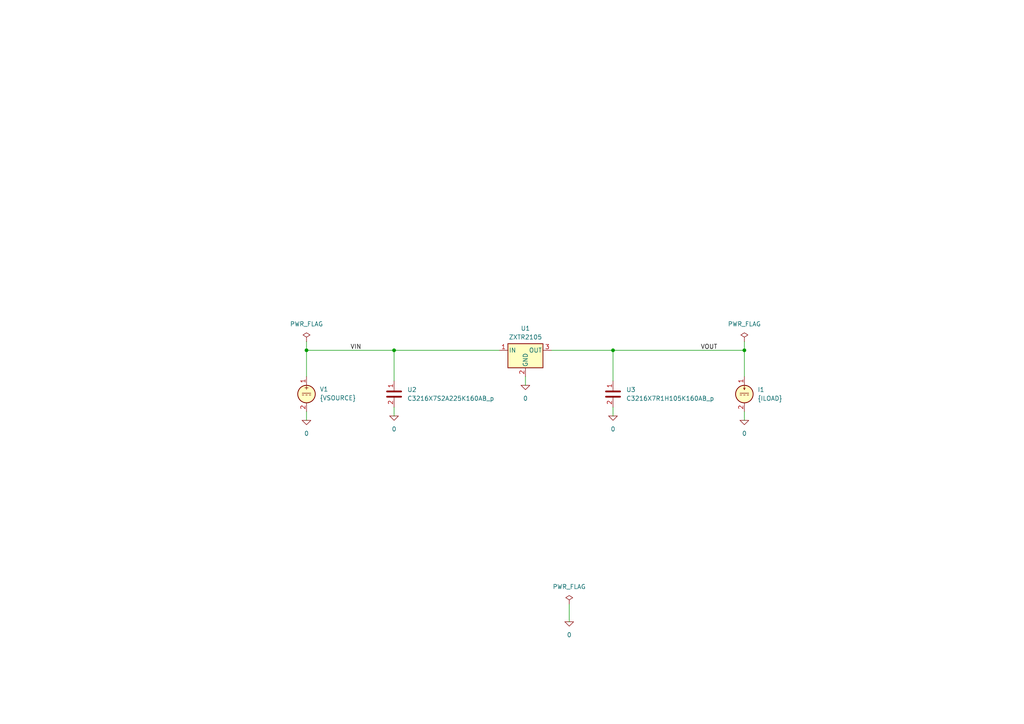
<source format=kicad_sch>
(kicad_sch
	(version 20231120)
	(generator "eeschema")
	(generator_version "8.0")
	(uuid "b347b1f5-b9d3-4317-853a-25ae76917c1a")
	(paper "A4")
	(title_block
		(title "60V INPUT, 5V 15mA REGULATOR TRANSISTOR")
		(date "2024-04-25")
		(rev "2")
		(company "astroelectronic@")
		(comment 1 "-")
		(comment 2 "-")
		(comment 3 "-")
		(comment 4 "AE01005205")
	)
	(lib_symbols
		(symbol "ZXTR2105F:0"
			(power)
			(pin_numbers hide)
			(pin_names
				(offset 0) hide)
			(exclude_from_sim no)
			(in_bom yes)
			(on_board yes)
			(property "Reference" "#GND"
				(at 0 -5.08 0)
				(effects
					(font
						(size 1.27 1.27)
					)
					(hide yes)
				)
			)
			(property "Value" "0"
				(at 0 -2.54 0)
				(effects
					(font
						(size 1.27 1.27)
					)
				)
			)
			(property "Footprint" ""
				(at 0 0 0)
				(effects
					(font
						(size 1.27 1.27)
					)
					(hide yes)
				)
			)
			(property "Datasheet" "https://ngspice.sourceforge.io/docs/ngspice-html-manual/manual.xhtml#subsec_Circuit_elements__device"
				(at 0 -10.16 0)
				(effects
					(font
						(size 1.27 1.27)
					)
					(hide yes)
				)
			)
			(property "Description" "0V reference potential for simulation"
				(at 0 -7.62 0)
				(effects
					(font
						(size 1.27 1.27)
					)
					(hide yes)
				)
			)
			(property "ki_keywords" "simulation"
				(at 0 0 0)
				(effects
					(font
						(size 1.27 1.27)
					)
					(hide yes)
				)
			)
			(symbol "0_0_1"
				(polyline
					(pts
						(xy -1.27 0) (xy 0 -1.27) (xy 1.27 0) (xy -1.27 0)
					)
					(stroke
						(width 0)
						(type default)
					)
					(fill
						(type none)
					)
				)
			)
			(symbol "0_1_1"
				(pin power_in line
					(at 0 0 0)
					(length 0)
					(name "~"
						(effects
							(font
								(size 1.016 1.016)
							)
						)
					)
					(number "1"
						(effects
							(font
								(size 1.016 1.016)
							)
						)
					)
				)
			)
		)
		(symbol "ZXTR2105F:C"
			(pin_names
				(offset 0.254) hide)
			(exclude_from_sim no)
			(in_bom yes)
			(on_board yes)
			(property "Reference" "C"
				(at 0.635 2.54 0)
				(effects
					(font
						(size 1.27 1.27)
					)
					(justify left)
				)
			)
			(property "Value" "C"
				(at 0.635 -2.54 0)
				(effects
					(font
						(size 1.27 1.27)
					)
					(justify left)
				)
			)
			(property "Footprint" ""
				(at 0.9652 -3.81 0)
				(effects
					(font
						(size 1.27 1.27)
					)
					(hide yes)
				)
			)
			(property "Datasheet" "~"
				(at 0 0 0)
				(effects
					(font
						(size 1.27 1.27)
					)
					(hide yes)
				)
			)
			(property "Description" "Unpolarized capacitor"
				(at 0 0 0)
				(effects
					(font
						(size 1.27 1.27)
					)
					(hide yes)
				)
			)
			(property "ki_keywords" "cap capacitor"
				(at 0 0 0)
				(effects
					(font
						(size 1.27 1.27)
					)
					(hide yes)
				)
			)
			(property "ki_fp_filters" "C_*"
				(at 0 0 0)
				(effects
					(font
						(size 1.27 1.27)
					)
					(hide yes)
				)
			)
			(symbol "C_0_1"
				(polyline
					(pts
						(xy -2.032 -0.762) (xy 2.032 -0.762)
					)
					(stroke
						(width 0.508)
						(type default)
					)
					(fill
						(type none)
					)
				)
				(polyline
					(pts
						(xy -2.032 0.762) (xy 2.032 0.762)
					)
					(stroke
						(width 0.508)
						(type default)
					)
					(fill
						(type none)
					)
				)
			)
			(symbol "C_1_1"
				(pin passive line
					(at 0 3.81 270)
					(length 2.794)
					(name "~"
						(effects
							(font
								(size 1.27 1.27)
							)
						)
					)
					(number "1"
						(effects
							(font
								(size 1.27 1.27)
							)
						)
					)
				)
				(pin passive line
					(at 0 -3.81 90)
					(length 2.794)
					(name "~"
						(effects
							(font
								(size 1.27 1.27)
							)
						)
					)
					(number "2"
						(effects
							(font
								(size 1.27 1.27)
							)
						)
					)
				)
			)
		)
		(symbol "ZXTR2105F:IDC"
			(pin_names
				(offset 0.0254) hide)
			(exclude_from_sim no)
			(in_bom yes)
			(on_board yes)
			(property "Reference" "I"
				(at 2.54 2.54 0)
				(effects
					(font
						(size 1.27 1.27)
					)
					(justify left)
				)
			)
			(property "Value" "1"
				(at 2.54 0 0)
				(effects
					(font
						(size 1.27 1.27)
					)
					(justify left)
				)
			)
			(property "Footprint" ""
				(at 0 0 0)
				(effects
					(font
						(size 1.27 1.27)
					)
					(hide yes)
				)
			)
			(property "Datasheet" "https://ngspice.sourceforge.io/docs/ngspice-html-manual/manual.xhtml#sec_Independent_Sources_for"
				(at 0 0 0)
				(effects
					(font
						(size 1.27 1.27)
					)
					(hide yes)
				)
			)
			(property "Description" "Current source, DC"
				(at 0 0 0)
				(effects
					(font
						(size 1.27 1.27)
					)
					(hide yes)
				)
			)
			(property "Sim.Pins" "1=+ 2=-"
				(at 0 0 0)
				(effects
					(font
						(size 1.27 1.27)
					)
					(hide yes)
				)
			)
			(property "Sim.Type" "DC"
				(at 0 0 0)
				(effects
					(font
						(size 1.27 1.27)
					)
					(hide yes)
				)
			)
			(property "Sim.Device" "I"
				(at 0 0 0)
				(effects
					(font
						(size 1.27 1.27)
					)
					(hide yes)
				)
			)
			(property "ki_keywords" "simulation"
				(at 0 0 0)
				(effects
					(font
						(size 1.27 1.27)
					)
					(hide yes)
				)
			)
			(symbol "IDC_0_0"
				(polyline
					(pts
						(xy -1.27 0.254) (xy 1.27 0.254)
					)
					(stroke
						(width 0)
						(type default)
					)
					(fill
						(type none)
					)
				)
				(polyline
					(pts
						(xy -0.762 -0.254) (xy -1.27 -0.254)
					)
					(stroke
						(width 0)
						(type default)
					)
					(fill
						(type none)
					)
				)
				(polyline
					(pts
						(xy 0.254 -0.254) (xy -0.254 -0.254)
					)
					(stroke
						(width 0)
						(type default)
					)
					(fill
						(type none)
					)
				)
				(polyline
					(pts
						(xy 1.27 -0.254) (xy 0.762 -0.254)
					)
					(stroke
						(width 0)
						(type default)
					)
					(fill
						(type none)
					)
				)
			)
			(symbol "IDC_0_1"
				(polyline
					(pts
						(xy 0 1.27) (xy 0 2.286)
					)
					(stroke
						(width 0)
						(type default)
					)
					(fill
						(type none)
					)
				)
				(polyline
					(pts
						(xy -0.254 1.778) (xy 0 1.27) (xy 0.254 1.778)
					)
					(stroke
						(width 0)
						(type default)
					)
					(fill
						(type none)
					)
				)
				(circle
					(center 0 0)
					(radius 2.54)
					(stroke
						(width 0.254)
						(type default)
					)
					(fill
						(type background)
					)
				)
			)
			(symbol "IDC_1_1"
				(pin passive line
					(at 0 5.08 270)
					(length 2.54)
					(name "~"
						(effects
							(font
								(size 1.27 1.27)
							)
						)
					)
					(number "1"
						(effects
							(font
								(size 1.27 1.27)
							)
						)
					)
				)
				(pin passive line
					(at 0 -5.08 90)
					(length 2.54)
					(name "~"
						(effects
							(font
								(size 1.27 1.27)
							)
						)
					)
					(number "2"
						(effects
							(font
								(size 1.27 1.27)
							)
						)
					)
				)
			)
		)
		(symbol "ZXTR2105F:PWR_FLAG"
			(power)
			(pin_numbers hide)
			(pin_names
				(offset 0) hide)
			(exclude_from_sim no)
			(in_bom yes)
			(on_board yes)
			(property "Reference" "#FLG"
				(at 0 1.905 0)
				(effects
					(font
						(size 1.27 1.27)
					)
					(hide yes)
				)
			)
			(property "Value" "PWR_FLAG"
				(at 0 3.81 0)
				(effects
					(font
						(size 1.27 1.27)
					)
				)
			)
			(property "Footprint" ""
				(at 0 0 0)
				(effects
					(font
						(size 1.27 1.27)
					)
					(hide yes)
				)
			)
			(property "Datasheet" "~"
				(at 0 0 0)
				(effects
					(font
						(size 1.27 1.27)
					)
					(hide yes)
				)
			)
			(property "Description" "Special symbol for telling ERC where power comes from"
				(at 0 0 0)
				(effects
					(font
						(size 1.27 1.27)
					)
					(hide yes)
				)
			)
			(property "ki_keywords" "flag power"
				(at 0 0 0)
				(effects
					(font
						(size 1.27 1.27)
					)
					(hide yes)
				)
			)
			(symbol "PWR_FLAG_0_0"
				(pin power_out line
					(at 0 0 90)
					(length 0)
					(name "~"
						(effects
							(font
								(size 1.27 1.27)
							)
						)
					)
					(number "1"
						(effects
							(font
								(size 1.27 1.27)
							)
						)
					)
				)
			)
			(symbol "PWR_FLAG_0_1"
				(polyline
					(pts
						(xy 0 0) (xy 0 1.27) (xy -1.016 1.905) (xy 0 2.54) (xy 1.016 1.905) (xy 0 1.27)
					)
					(stroke
						(width 0)
						(type default)
					)
					(fill
						(type none)
					)
				)
			)
		)
		(symbol "ZXTR2105F:VDC"
			(pin_names
				(offset 0.0254) hide)
			(exclude_from_sim no)
			(in_bom yes)
			(on_board yes)
			(property "Reference" "V"
				(at 2.54 2.54 0)
				(effects
					(font
						(size 1.27 1.27)
					)
					(justify left)
				)
			)
			(property "Value" "1"
				(at 2.54 0 0)
				(effects
					(font
						(size 1.27 1.27)
					)
					(justify left)
				)
			)
			(property "Footprint" ""
				(at 0 0 0)
				(effects
					(font
						(size 1.27 1.27)
					)
					(hide yes)
				)
			)
			(property "Datasheet" "https://ngspice.sourceforge.io/docs/ngspice-html-manual/manual.xhtml#sec_Independent_Sources_for"
				(at 0 0 0)
				(effects
					(font
						(size 1.27 1.27)
					)
					(hide yes)
				)
			)
			(property "Description" "Voltage source, DC"
				(at 0 0 0)
				(effects
					(font
						(size 1.27 1.27)
					)
					(hide yes)
				)
			)
			(property "Sim.Pins" "1=+ 2=-"
				(at 0 0 0)
				(effects
					(font
						(size 1.27 1.27)
					)
					(hide yes)
				)
			)
			(property "Sim.Type" "DC"
				(at 0 0 0)
				(effects
					(font
						(size 1.27 1.27)
					)
					(hide yes)
				)
			)
			(property "Sim.Device" "V"
				(at 0 0 0)
				(effects
					(font
						(size 1.27 1.27)
					)
					(justify left)
					(hide yes)
				)
			)
			(property "ki_keywords" "simulation"
				(at 0 0 0)
				(effects
					(font
						(size 1.27 1.27)
					)
					(hide yes)
				)
			)
			(symbol "VDC_0_0"
				(polyline
					(pts
						(xy -1.27 0.254) (xy 1.27 0.254)
					)
					(stroke
						(width 0)
						(type default)
					)
					(fill
						(type none)
					)
				)
				(polyline
					(pts
						(xy -0.762 -0.254) (xy -1.27 -0.254)
					)
					(stroke
						(width 0)
						(type default)
					)
					(fill
						(type none)
					)
				)
				(polyline
					(pts
						(xy 0.254 -0.254) (xy -0.254 -0.254)
					)
					(stroke
						(width 0)
						(type default)
					)
					(fill
						(type none)
					)
				)
				(polyline
					(pts
						(xy 1.27 -0.254) (xy 0.762 -0.254)
					)
					(stroke
						(width 0)
						(type default)
					)
					(fill
						(type none)
					)
				)
				(text "+"
					(at 0 1.905 0)
					(effects
						(font
							(size 1.27 1.27)
						)
					)
				)
			)
			(symbol "VDC_0_1"
				(circle
					(center 0 0)
					(radius 2.54)
					(stroke
						(width 0.254)
						(type default)
					)
					(fill
						(type background)
					)
				)
			)
			(symbol "VDC_1_1"
				(pin passive line
					(at 0 5.08 270)
					(length 2.54)
					(name "~"
						(effects
							(font
								(size 1.27 1.27)
							)
						)
					)
					(number "1"
						(effects
							(font
								(size 1.27 1.27)
							)
						)
					)
				)
				(pin passive line
					(at 0 -5.08 90)
					(length 2.54)
					(name "~"
						(effects
							(font
								(size 1.27 1.27)
							)
						)
					)
					(number "2"
						(effects
							(font
								(size 1.27 1.27)
							)
						)
					)
				)
			)
		)
		(symbol "ZXTR2105F:ZXTR2105F"
			(pin_names
				(offset 0.254)
			)
			(exclude_from_sim no)
			(in_bom yes)
			(on_board yes)
			(property "Reference" "U"
				(at -3.81 3.175 0)
				(effects
					(font
						(size 1.27 1.27)
					)
				)
			)
			(property "Value" "ZXTR2105F"
				(at 0 3.175 0)
				(effects
					(font
						(size 1.27 1.27)
					)
					(justify left)
				)
			)
			(property "Footprint" "Package_TO_SOT_SMD:SOT-23-3"
				(at 0 5.715 0)
				(effects
					(font
						(size 1.27 1.27)
						(italic yes)
					)
					(hide yes)
				)
			)
			(property "Datasheet" "https://www.diodes.com/part/view/ZXTR2105F"
				(at 0 -1.27 0)
				(effects
					(font
						(size 1.27 1.27)
					)
					(hide yes)
				)
			)
			(property "Description" "60V INPUT, 5V 15mA REGULATOR TRANSISTOR "
				(at 0 0 0)
				(effects
					(font
						(size 1.27 1.27)
					)
					(hide yes)
				)
			)
			(property "ki_keywords" "60V INPUT, 5V 15mA REGULATOR TRANSISTOR, simmodel"
				(at 0 0 0)
				(effects
					(font
						(size 1.27 1.27)
					)
					(hide yes)
				)
			)
			(property "ki_fp_filters" "TO?252*"
				(at 0 0 0)
				(effects
					(font
						(size 1.27 1.27)
					)
					(hide yes)
				)
			)
			(symbol "ZXTR2105F_0_1"
				(rectangle
					(start -5.08 1.905)
					(end 5.08 -5.08)
					(stroke
						(width 0.254)
						(type default)
					)
					(fill
						(type background)
					)
				)
			)
			(symbol "ZXTR2105F_1_1"
				(pin passive line
					(at -7.62 0 0)
					(length 2.54)
					(name "IN"
						(effects
							(font
								(size 1.27 1.27)
							)
						)
					)
					(number "1"
						(effects
							(font
								(size 1.27 1.27)
							)
						)
					)
				)
				(pin passive line
					(at 0 -7.62 90)
					(length 2.54)
					(name "GND"
						(effects
							(font
								(size 1.27 1.27)
							)
						)
					)
					(number "2"
						(effects
							(font
								(size 1.27 1.27)
							)
						)
					)
				)
				(pin passive line
					(at 7.62 0 180)
					(length 2.54)
					(name "OUT"
						(effects
							(font
								(size 1.27 1.27)
							)
						)
					)
					(number "3"
						(effects
							(font
								(size 1.27 1.27)
							)
						)
					)
				)
			)
		)
	)
	(junction
		(at 114.3 101.6)
		(diameter 0)
		(color 0 0 0 0)
		(uuid "7384908f-6986-4738-b09c-d592643b4a56")
	)
	(junction
		(at 88.9 101.6)
		(diameter 0)
		(color 0 0 0 0)
		(uuid "89314447-6b94-453a-b444-7b027e2d6279")
	)
	(junction
		(at 177.8 101.6)
		(diameter 0)
		(color 0 0 0 0)
		(uuid "f2ba4a53-001d-4b52-ab34-1fd62e7cfce6")
	)
	(junction
		(at 215.9 101.6)
		(diameter 0)
		(color 0 0 0 0)
		(uuid "f956f16c-96f5-4729-9ad2-8c04dfaca064")
	)
	(wire
		(pts
			(xy 177.8 101.6) (xy 215.9 101.6)
		)
		(stroke
			(width 0)
			(type default)
		)
		(uuid "1028de14-d0d5-49c1-9351-2b905921865c")
	)
	(wire
		(pts
			(xy 88.9 109.22) (xy 88.9 101.6)
		)
		(stroke
			(width 0)
			(type default)
		)
		(uuid "134a3971-eb87-4612-9008-afa829dcfdda")
	)
	(wire
		(pts
			(xy 152.4 109.22) (xy 152.4 111.76)
		)
		(stroke
			(width 0)
			(type default)
		)
		(uuid "15f2f568-cc39-4cb6-85b5-3ab24fc576ed")
	)
	(wire
		(pts
			(xy 114.3 101.6) (xy 144.78 101.6)
		)
		(stroke
			(width 0)
			(type default)
		)
		(uuid "18f54032-65d4-4a88-bccc-36f4250e4933")
	)
	(wire
		(pts
			(xy 177.8 118.11) (xy 177.8 120.65)
		)
		(stroke
			(width 0)
			(type default)
		)
		(uuid "2a34e85c-3bb8-415e-8a79-104f2f49ec09")
	)
	(wire
		(pts
			(xy 177.8 101.6) (xy 177.8 110.49)
		)
		(stroke
			(width 0)
			(type default)
		)
		(uuid "31a1febd-7cf7-4914-b47b-67851d31e7e9")
	)
	(wire
		(pts
			(xy 88.9 99.06) (xy 88.9 101.6)
		)
		(stroke
			(width 0)
			(type default)
		)
		(uuid "4d32a75f-30b3-4eb7-ab9c-7526a014e0b9")
	)
	(wire
		(pts
			(xy 165.1 175.26) (xy 165.1 180.34)
		)
		(stroke
			(width 0)
			(type default)
		)
		(uuid "4f4b74a4-cea3-4d39-9fe4-4ba93de2f921")
	)
	(wire
		(pts
			(xy 215.9 99.06) (xy 215.9 101.6)
		)
		(stroke
			(width 0)
			(type default)
		)
		(uuid "50c31f87-b658-4019-b852-4192016c21dc")
	)
	(wire
		(pts
			(xy 215.9 119.38) (xy 215.9 121.92)
		)
		(stroke
			(width 0)
			(type default)
		)
		(uuid "669233e1-1b6a-410e-94d5-e3bf28875575")
	)
	(wire
		(pts
			(xy 160.02 101.6) (xy 177.8 101.6)
		)
		(stroke
			(width 0)
			(type default)
		)
		(uuid "8af7e146-528a-47ff-b602-4672319b0703")
	)
	(wire
		(pts
			(xy 88.9 101.6) (xy 114.3 101.6)
		)
		(stroke
			(width 0)
			(type default)
		)
		(uuid "998dac89-04ae-4969-be78-9c27dae4c1d7")
	)
	(wire
		(pts
			(xy 215.9 109.22) (xy 215.9 101.6)
		)
		(stroke
			(width 0)
			(type default)
		)
		(uuid "9b57346e-d94e-40f9-9326-4db7c86e813a")
	)
	(wire
		(pts
			(xy 114.3 118.11) (xy 114.3 120.65)
		)
		(stroke
			(width 0)
			(type default)
		)
		(uuid "a300a524-b9a5-4c66-b7c8-528fd1328810")
	)
	(wire
		(pts
			(xy 88.9 119.38) (xy 88.9 121.92)
		)
		(stroke
			(width 0)
			(type default)
		)
		(uuid "e4be32f2-c195-4517-921b-f4265d6bbf30")
	)
	(wire
		(pts
			(xy 114.3 110.49) (xy 114.3 101.6)
		)
		(stroke
			(width 0)
			(type default)
		)
		(uuid "f0549aa8-6a9c-4178-8e6b-0e02f9bd3545")
	)
	(label "VOUT"
		(at 203.2 101.6 0)
		(fields_autoplaced yes)
		(effects
			(font
				(size 1.27 1.27)
			)
			(justify left bottom)
		)
		(uuid "59cfd46e-04c2-4da4-b68e-64ff00ac9156")
	)
	(label "VIN"
		(at 101.6 101.6 0)
		(fields_autoplaced yes)
		(effects
			(font
				(size 1.27 1.27)
			)
			(justify left bottom)
		)
		(uuid "f44f34ff-2bad-48c9-9ece-35187bf0a875")
	)
	(symbol
		(lib_id "ZXTR2105F:C")
		(at 114.3 114.3 0)
		(unit 1)
		(exclude_from_sim no)
		(in_bom yes)
		(on_board yes)
		(dnp no)
		(fields_autoplaced yes)
		(uuid "0943cd3a-375f-4c11-911a-bdb76ed6bda4")
		(property "Reference" "U2"
			(at 118.11 113.0299 0)
			(effects
				(font
					(size 1.27 1.27)
				)
				(justify left)
			)
		)
		(property "Value" "C3216X7S2A225K160AB_p"
			(at 118.11 115.5699 0)
			(effects
				(font
					(size 1.27 1.27)
				)
				(justify left)
			)
		)
		(property "Footprint" ""
			(at 115.2652 118.11 0)
			(effects
				(font
					(size 1.27 1.27)
				)
				(hide yes)
			)
		)
		(property "Datasheet" "~"
			(at 114.3 114.3 0)
			(effects
				(font
					(size 1.27 1.27)
				)
				(hide yes)
			)
		)
		(property "Description" "Unpolarized capacitor"
			(at 114.3 114.3 0)
			(effects
				(font
					(size 1.27 1.27)
				)
				(hide yes)
			)
		)
		(property "Sim.Library" "C:\\AE\\ZXTR2105F\\_models\\c3216x7s2a225k160ab_p.mod"
			(at 114.3 114.3 0)
			(effects
				(font
					(size 1.27 1.27)
				)
				(hide yes)
			)
		)
		(property "Sim.Name" "C3216X7S2A225K160AB_p"
			(at 114.3 114.3 0)
			(effects
				(font
					(size 1.27 1.27)
				)
				(hide yes)
			)
		)
		(property "Sim.Device" "SUBCKT"
			(at 114.3 114.3 0)
			(effects
				(font
					(size 1.27 1.27)
				)
				(hide yes)
			)
		)
		(property "Sim.Pins" "1=n1 2=n2"
			(at 114.3 114.3 0)
			(effects
				(font
					(size 1.27 1.27)
				)
				(hide yes)
			)
		)
		(pin "1"
			(uuid "b3c6a946-e7fb-455f-be76-d65afbd20b4e")
		)
		(pin "2"
			(uuid "493f679f-00f2-44c3-9899-c4b466301e1b")
		)
		(instances
			(project "ZXTR2105F_reg"
				(path "/b347b1f5-b9d3-4317-853a-25ae76917c1a"
					(reference "U2")
					(unit 1)
				)
			)
			(project "ZXTR2105F"
				(path "/c1105b1d-1289-4956-8f37-916fc4314db4"
					(reference "U2")
					(unit 1)
				)
			)
		)
	)
	(symbol
		(lib_id "ZXTR2105F:0")
		(at 152.4 111.76 0)
		(unit 1)
		(exclude_from_sim no)
		(in_bom yes)
		(on_board yes)
		(dnp no)
		(fields_autoplaced yes)
		(uuid "164c5e7e-9f60-49bc-aa62-446d0d41440d")
		(property "Reference" "#GND01"
			(at 152.4 116.84 0)
			(effects
				(font
					(size 1.27 1.27)
				)
				(hide yes)
			)
		)
		(property "Value" "0"
			(at 152.4 115.57 0)
			(effects
				(font
					(size 1.27 1.27)
				)
			)
		)
		(property "Footprint" ""
			(at 152.4 111.76 0)
			(effects
				(font
					(size 1.27 1.27)
				)
				(hide yes)
			)
		)
		(property "Datasheet" "https://ngspice.sourceforge.io/docs/ngspice-html-manual/manual.xhtml#subsec_Circuit_elements__device"
			(at 152.4 121.92 0)
			(effects
				(font
					(size 1.27 1.27)
				)
				(hide yes)
			)
		)
		(property "Description" "0V reference potential for simulation"
			(at 152.4 119.38 0)
			(effects
				(font
					(size 1.27 1.27)
				)
				(hide yes)
			)
		)
		(pin "1"
			(uuid "b175d126-0b42-47b5-815a-e72ba92ae4ad")
		)
		(instances
			(project "ZXTR2105F_reg"
				(path "/b347b1f5-b9d3-4317-853a-25ae76917c1a"
					(reference "#GND01")
					(unit 1)
				)
			)
			(project "ZXTR2105F"
				(path "/c1105b1d-1289-4956-8f37-916fc4314db4"
					(reference "#GND01")
					(unit 1)
				)
			)
		)
	)
	(symbol
		(lib_id "ZXTR2105F:PWR_FLAG")
		(at 165.1 175.26 0)
		(unit 1)
		(exclude_from_sim no)
		(in_bom yes)
		(on_board yes)
		(dnp no)
		(fields_autoplaced yes)
		(uuid "1f284da7-997d-4f43-9ba2-40376013a4e5")
		(property "Reference" "#FLG03"
			(at 165.1 173.355 0)
			(effects
				(font
					(size 1.27 1.27)
				)
				(hide yes)
			)
		)
		(property "Value" "PWR_FLAG"
			(at 165.1 170.18 0)
			(effects
				(font
					(size 1.27 1.27)
				)
			)
		)
		(property "Footprint" ""
			(at 165.1 175.26 0)
			(effects
				(font
					(size 1.27 1.27)
				)
				(hide yes)
			)
		)
		(property "Datasheet" "~"
			(at 165.1 175.26 0)
			(effects
				(font
					(size 1.27 1.27)
				)
				(hide yes)
			)
		)
		(property "Description" "Special symbol for telling ERC where power comes from"
			(at 165.1 175.26 0)
			(effects
				(font
					(size 1.27 1.27)
				)
				(hide yes)
			)
		)
		(pin "1"
			(uuid "91e975fb-eb9b-4a70-94b8-b119c81e46d7")
		)
		(instances
			(project "ZXTR2105F_reg"
				(path "/b347b1f5-b9d3-4317-853a-25ae76917c1a"
					(reference "#FLG03")
					(unit 1)
				)
			)
			(project "ZXTR2105F"
				(path "/c1105b1d-1289-4956-8f37-916fc4314db4"
					(reference "#FLG03")
					(unit 1)
				)
			)
		)
	)
	(symbol
		(lib_id "ZXTR2105F:0")
		(at 215.9 121.92 0)
		(unit 1)
		(exclude_from_sim no)
		(in_bom yes)
		(on_board yes)
		(dnp no)
		(fields_autoplaced yes)
		(uuid "3d63d9a4-3b55-4722-9519-dd861b80c4a9")
		(property "Reference" "#GND04"
			(at 215.9 127 0)
			(effects
				(font
					(size 1.27 1.27)
				)
				(hide yes)
			)
		)
		(property "Value" "0"
			(at 215.9 125.73 0)
			(effects
				(font
					(size 1.27 1.27)
				)
			)
		)
		(property "Footprint" ""
			(at 215.9 121.92 0)
			(effects
				(font
					(size 1.27 1.27)
				)
				(hide yes)
			)
		)
		(property "Datasheet" "https://ngspice.sourceforge.io/docs/ngspice-html-manual/manual.xhtml#subsec_Circuit_elements__device"
			(at 215.9 132.08 0)
			(effects
				(font
					(size 1.27 1.27)
				)
				(hide yes)
			)
		)
		(property "Description" "0V reference potential for simulation"
			(at 215.9 129.54 0)
			(effects
				(font
					(size 1.27 1.27)
				)
				(hide yes)
			)
		)
		(pin "1"
			(uuid "0d472a09-e15f-4e7b-814c-94ca105f770d")
		)
		(instances
			(project "ZXTR2105F_reg"
				(path "/b347b1f5-b9d3-4317-853a-25ae76917c1a"
					(reference "#GND04")
					(unit 1)
				)
			)
			(project "ZXTR2105F"
				(path "/c1105b1d-1289-4956-8f37-916fc4314db4"
					(reference "#GND04")
					(unit 1)
				)
			)
		)
	)
	(symbol
		(lib_id "ZXTR2105F:IDC")
		(at 215.9 114.3 0)
		(unit 1)
		(exclude_from_sim no)
		(in_bom yes)
		(on_board yes)
		(dnp no)
		(fields_autoplaced yes)
		(uuid "44975094-37e6-48ea-a662-f3f14b6beaaa")
		(property "Reference" "I1"
			(at 219.71 113.0299 0)
			(effects
				(font
					(size 1.27 1.27)
				)
				(justify left)
			)
		)
		(property "Value" "{ILOAD}"
			(at 219.71 115.5699 0)
			(effects
				(font
					(size 1.27 1.27)
				)
				(justify left)
			)
		)
		(property "Footprint" ""
			(at 215.9 114.3 0)
			(effects
				(font
					(size 1.27 1.27)
				)
				(hide yes)
			)
		)
		(property "Datasheet" "https://ngspice.sourceforge.io/docs/ngspice-html-manual/manual.xhtml#sec_Independent_Sources_for"
			(at 215.9 114.3 0)
			(effects
				(font
					(size 1.27 1.27)
				)
				(hide yes)
			)
		)
		(property "Description" "Current source, DC"
			(at 215.9 114.3 0)
			(effects
				(font
					(size 1.27 1.27)
				)
				(hide yes)
			)
		)
		(property "Sim.Pins" "1=+ 2=-"
			(at 215.9 114.3 0)
			(effects
				(font
					(size 1.27 1.27)
				)
				(hide yes)
			)
		)
		(property "Sim.Type" "DC"
			(at 215.9 114.3 0)
			(effects
				(font
					(size 1.27 1.27)
				)
				(hide yes)
			)
		)
		(property "Sim.Device" "I"
			(at 215.9 114.3 0)
			(effects
				(font
					(size 1.27 1.27)
				)
				(hide yes)
			)
		)
		(pin "1"
			(uuid "3d5b9b1c-afd4-4445-8dae-7084bd6b200a")
		)
		(pin "2"
			(uuid "ab2c98e0-a269-4bf9-9b55-f90f7314c0a6")
		)
		(instances
			(project "ZXTR2105F_reg"
				(path "/b347b1f5-b9d3-4317-853a-25ae76917c1a"
					(reference "I1")
					(unit 1)
				)
			)
			(project "ZXTR2105F"
				(path "/c1105b1d-1289-4956-8f37-916fc4314db4"
					(reference "I1")
					(unit 1)
				)
			)
		)
	)
	(symbol
		(lib_id "ZXTR2105F:0")
		(at 177.8 120.65 0)
		(unit 1)
		(exclude_from_sim no)
		(in_bom yes)
		(on_board yes)
		(dnp no)
		(fields_autoplaced yes)
		(uuid "4f47b01c-f5a3-42ef-8305-b23dc8d4d153")
		(property "Reference" "#GND03"
			(at 177.8 125.73 0)
			(effects
				(font
					(size 1.27 1.27)
				)
				(hide yes)
			)
		)
		(property "Value" "0"
			(at 177.8 124.46 0)
			(effects
				(font
					(size 1.27 1.27)
				)
			)
		)
		(property "Footprint" ""
			(at 177.8 120.65 0)
			(effects
				(font
					(size 1.27 1.27)
				)
				(hide yes)
			)
		)
		(property "Datasheet" "https://ngspice.sourceforge.io/docs/ngspice-html-manual/manual.xhtml#subsec_Circuit_elements__device"
			(at 177.8 130.81 0)
			(effects
				(font
					(size 1.27 1.27)
				)
				(hide yes)
			)
		)
		(property "Description" "0V reference potential for simulation"
			(at 177.8 128.27 0)
			(effects
				(font
					(size 1.27 1.27)
				)
				(hide yes)
			)
		)
		(pin "1"
			(uuid "7b8bc4e8-dd89-4c2a-8a63-34298652650b")
		)
		(instances
			(project "ZXTR2105F_reg"
				(path "/b347b1f5-b9d3-4317-853a-25ae76917c1a"
					(reference "#GND03")
					(unit 1)
				)
			)
			(project "ZXTR2105F"
				(path "/c1105b1d-1289-4956-8f37-916fc4314db4"
					(reference "#GND03")
					(unit 1)
				)
			)
		)
	)
	(symbol
		(lib_id "ZXTR2105F:PWR_FLAG")
		(at 88.9 99.06 0)
		(unit 1)
		(exclude_from_sim no)
		(in_bom yes)
		(on_board yes)
		(dnp no)
		(fields_autoplaced yes)
		(uuid "4f8c0243-ac78-44a4-b3e0-174d23f95f67")
		(property "Reference" "#FLG01"
			(at 88.9 97.155 0)
			(effects
				(font
					(size 1.27 1.27)
				)
				(hide yes)
			)
		)
		(property "Value" "PWR_FLAG"
			(at 88.9 93.98 0)
			(effects
				(font
					(size 1.27 1.27)
				)
			)
		)
		(property "Footprint" ""
			(at 88.9 99.06 0)
			(effects
				(font
					(size 1.27 1.27)
				)
				(hide yes)
			)
		)
		(property "Datasheet" "~"
			(at 88.9 99.06 0)
			(effects
				(font
					(size 1.27 1.27)
				)
				(hide yes)
			)
		)
		(property "Description" "Special symbol for telling ERC where power comes from"
			(at 88.9 99.06 0)
			(effects
				(font
					(size 1.27 1.27)
				)
				(hide yes)
			)
		)
		(pin "1"
			(uuid "055fb8ea-e1eb-4652-8963-19cd639d7cd0")
		)
		(instances
			(project "ZXTR2105F_reg"
				(path "/b347b1f5-b9d3-4317-853a-25ae76917c1a"
					(reference "#FLG01")
					(unit 1)
				)
			)
			(project "ZXTR2105F"
				(path "/c1105b1d-1289-4956-8f37-916fc4314db4"
					(reference "#FLG01")
					(unit 1)
				)
			)
		)
	)
	(symbol
		(lib_id "ZXTR2105F:0")
		(at 114.3 120.65 0)
		(unit 1)
		(exclude_from_sim no)
		(in_bom yes)
		(on_board yes)
		(dnp no)
		(fields_autoplaced yes)
		(uuid "6f9728ff-54a4-41b5-9891-46f141528f81")
		(property "Reference" "#GND02"
			(at 114.3 125.73 0)
			(effects
				(font
					(size 1.27 1.27)
				)
				(hide yes)
			)
		)
		(property "Value" "0"
			(at 114.3 124.46 0)
			(effects
				(font
					(size 1.27 1.27)
				)
			)
		)
		(property "Footprint" ""
			(at 114.3 120.65 0)
			(effects
				(font
					(size 1.27 1.27)
				)
				(hide yes)
			)
		)
		(property "Datasheet" "https://ngspice.sourceforge.io/docs/ngspice-html-manual/manual.xhtml#subsec_Circuit_elements__device"
			(at 114.3 130.81 0)
			(effects
				(font
					(size 1.27 1.27)
				)
				(hide yes)
			)
		)
		(property "Description" "0V reference potential for simulation"
			(at 114.3 128.27 0)
			(effects
				(font
					(size 1.27 1.27)
				)
				(hide yes)
			)
		)
		(pin "1"
			(uuid "025633d1-1c52-42ca-84f1-2e36648def76")
		)
		(instances
			(project "ZXTR2105F_reg"
				(path "/b347b1f5-b9d3-4317-853a-25ae76917c1a"
					(reference "#GND02")
					(unit 1)
				)
			)
			(project "ZXTR2105F"
				(path "/c1105b1d-1289-4956-8f37-916fc4314db4"
					(reference "#GND02")
					(unit 1)
				)
			)
		)
	)
	(symbol
		(lib_id "ZXTR2105F:0")
		(at 165.1 180.34 0)
		(unit 1)
		(exclude_from_sim no)
		(in_bom yes)
		(on_board yes)
		(dnp no)
		(fields_autoplaced yes)
		(uuid "75ff4857-f53f-4b38-a55a-0581d2f5c1c6")
		(property "Reference" "#GND05"
			(at 165.1 185.42 0)
			(effects
				(font
					(size 1.27 1.27)
				)
				(hide yes)
			)
		)
		(property "Value" "0"
			(at 165.1 184.15 0)
			(effects
				(font
					(size 1.27 1.27)
				)
			)
		)
		(property "Footprint" ""
			(at 165.1 180.34 0)
			(effects
				(font
					(size 1.27 1.27)
				)
				(hide yes)
			)
		)
		(property "Datasheet" "https://ngspice.sourceforge.io/docs/ngspice-html-manual/manual.xhtml#subsec_Circuit_elements__device"
			(at 165.1 190.5 0)
			(effects
				(font
					(size 1.27 1.27)
				)
				(hide yes)
			)
		)
		(property "Description" "0V reference potential for simulation"
			(at 165.1 187.96 0)
			(effects
				(font
					(size 1.27 1.27)
				)
				(hide yes)
			)
		)
		(pin "1"
			(uuid "29b03c05-56e7-496e-ba83-2161a4bf49e2")
		)
		(instances
			(project "ZXTR2105F_reg"
				(path "/b347b1f5-b9d3-4317-853a-25ae76917c1a"
					(reference "#GND05")
					(unit 1)
				)
			)
			(project "ZXTR2105F"
				(path "/c1105b1d-1289-4956-8f37-916fc4314db4"
					(reference "#GND05")
					(unit 1)
				)
			)
		)
	)
	(symbol
		(lib_id "ZXTR2105F:ZXTR2105F")
		(at 152.4 101.6 0)
		(unit 1)
		(exclude_from_sim no)
		(in_bom yes)
		(on_board yes)
		(dnp no)
		(fields_autoplaced yes)
		(uuid "9c89fe71-9055-47c9-ae0f-d1a36b92b7e5")
		(property "Reference" "U1"
			(at 152.4 95.25 0)
			(effects
				(font
					(size 1.27 1.27)
				)
			)
		)
		(property "Value" "ZXTR2105"
			(at 152.4 97.79 0)
			(effects
				(font
					(size 1.27 1.27)
				)
			)
		)
		(property "Footprint" "Package_TO_SOT_SMD:SOT-23-3"
			(at 152.4 95.885 0)
			(effects
				(font
					(size 1.27 1.27)
					(italic yes)
				)
				(hide yes)
			)
		)
		(property "Datasheet" "https://www.diodes.com/part/view/ZXTR2105F"
			(at 152.4 102.87 0)
			(effects
				(font
					(size 1.27 1.27)
				)
				(hide yes)
			)
		)
		(property "Description" "60V INPUT, 5V 15mA REGULATOR TRANSISTOR "
			(at 152.4 101.6 0)
			(effects
				(font
					(size 1.27 1.27)
				)
				(hide yes)
			)
		)
		(property "Sim.Library" "C:\\AE\\ZXTR2105F\\_models\\ZXTR2105F.spice.txt"
			(at 152.4 101.6 0)
			(effects
				(font
					(size 1.27 1.27)
				)
				(hide yes)
			)
		)
		(property "Sim.Name" "ZXTR2105"
			(at 152.4 101.6 0)
			(effects
				(font
					(size 1.27 1.27)
				)
				(hide yes)
			)
		)
		(property "Sim.Device" "SUBCKT"
			(at 152.4 101.6 0)
			(effects
				(font
					(size 1.27 1.27)
				)
				(hide yes)
			)
		)
		(property "Sim.Pins" "1=1 2=2 3=3"
			(at 152.4 101.6 0)
			(effects
				(font
					(size 1.27 1.27)
				)
				(hide yes)
			)
		)
		(pin "2"
			(uuid "051c1b6f-7afd-4254-8f97-2e202b94aab5")
		)
		(pin "3"
			(uuid "1b6e05dc-f554-4104-a029-3234634b740b")
		)
		(pin "1"
			(uuid "71a3a1d9-5539-44aa-bbde-e6c884958d5d")
		)
		(instances
			(project "ZXTR2105F_reg"
				(path "/b347b1f5-b9d3-4317-853a-25ae76917c1a"
					(reference "U1")
					(unit 1)
				)
			)
			(project "ZXTR2105F"
				(path "/c1105b1d-1289-4956-8f37-916fc4314db4"
					(reference "U1")
					(unit 1)
				)
			)
		)
	)
	(symbol
		(lib_id "ZXTR2105F:C")
		(at 177.8 114.3 0)
		(unit 1)
		(exclude_from_sim no)
		(in_bom yes)
		(on_board yes)
		(dnp no)
		(fields_autoplaced yes)
		(uuid "e2e88445-c688-4cc1-80d4-5c5f47835e9f")
		(property "Reference" "U3"
			(at 181.61 113.0299 0)
			(effects
				(font
					(size 1.27 1.27)
				)
				(justify left)
			)
		)
		(property "Value" "C3216X7R1H105K160AB_p"
			(at 181.61 115.5699 0)
			(effects
				(font
					(size 1.27 1.27)
				)
				(justify left)
			)
		)
		(property "Footprint" ""
			(at 178.7652 118.11 0)
			(effects
				(font
					(size 1.27 1.27)
				)
				(hide yes)
			)
		)
		(property "Datasheet" "~"
			(at 177.8 114.3 0)
			(effects
				(font
					(size 1.27 1.27)
				)
				(hide yes)
			)
		)
		(property "Description" "Unpolarized capacitor"
			(at 177.8 114.3 0)
			(effects
				(font
					(size 1.27 1.27)
				)
				(hide yes)
			)
		)
		(property "Sim.Library" "C:\\AE\\ZXTR2105F\\_models\\c3216x7r1h105k160ab_p.mod"
			(at 177.8 114.3 0)
			(effects
				(font
					(size 1.27 1.27)
				)
				(hide yes)
			)
		)
		(property "Sim.Name" "C3216X7R1H105K160AB_p"
			(at 177.8 114.3 0)
			(effects
				(font
					(size 1.27 1.27)
				)
				(hide yes)
			)
		)
		(property "Sim.Device" "SUBCKT"
			(at 177.8 114.3 0)
			(effects
				(font
					(size 1.27 1.27)
				)
				(hide yes)
			)
		)
		(property "Sim.Pins" "1=n1 2=n2"
			(at 177.8 114.3 0)
			(effects
				(font
					(size 1.27 1.27)
				)
				(hide yes)
			)
		)
		(pin "1"
			(uuid "b1927582-0b1a-4d51-af3a-4c6ac97c1fc3")
		)
		(pin "2"
			(uuid "1d7e4948-4149-4e5c-a7a7-357886249903")
		)
		(instances
			(project "ZXTR2105F_reg"
				(path "/b347b1f5-b9d3-4317-853a-25ae76917c1a"
					(reference "U3")
					(unit 1)
				)
			)
			(project "ZXTR2105F"
				(path "/c1105b1d-1289-4956-8f37-916fc4314db4"
					(reference "U3")
					(unit 1)
				)
			)
		)
	)
	(symbol
		(lib_id "ZXTR2105F:PWR_FLAG")
		(at 215.9 99.06 0)
		(unit 1)
		(exclude_from_sim no)
		(in_bom yes)
		(on_board yes)
		(dnp no)
		(fields_autoplaced yes)
		(uuid "edee53dc-e8bd-4b1d-9bc7-f138f4959747")
		(property "Reference" "#FLG02"
			(at 215.9 97.155 0)
			(effects
				(font
					(size 1.27 1.27)
				)
				(hide yes)
			)
		)
		(property "Value" "PWR_FLAG"
			(at 215.9 93.98 0)
			(effects
				(font
					(size 1.27 1.27)
				)
			)
		)
		(property "Footprint" ""
			(at 215.9 99.06 0)
			(effects
				(font
					(size 1.27 1.27)
				)
				(hide yes)
			)
		)
		(property "Datasheet" "~"
			(at 215.9 99.06 0)
			(effects
				(font
					(size 1.27 1.27)
				)
				(hide yes)
			)
		)
		(property "Description" "Special symbol for telling ERC where power comes from"
			(at 215.9 99.06 0)
			(effects
				(font
					(size 1.27 1.27)
				)
				(hide yes)
			)
		)
		(pin "1"
			(uuid "ea190190-feed-455e-973a-ba0aa917875b")
		)
		(instances
			(project "ZXTR2105F_reg"
				(path "/b347b1f5-b9d3-4317-853a-25ae76917c1a"
					(reference "#FLG02")
					(unit 1)
				)
			)
			(project "ZXTR2105F"
				(path "/c1105b1d-1289-4956-8f37-916fc4314db4"
					(reference "#FLG02")
					(unit 1)
				)
			)
		)
	)
	(symbol
		(lib_id "ZXTR2105F:0")
		(at 88.9 121.92 0)
		(unit 1)
		(exclude_from_sim no)
		(in_bom yes)
		(on_board yes)
		(dnp no)
		(fields_autoplaced yes)
		(uuid "f4575eb1-847e-4a8d-aa4a-64f9c8e49388")
		(property "Reference" "#GND06"
			(at 88.9 127 0)
			(effects
				(font
					(size 1.27 1.27)
				)
				(hide yes)
			)
		)
		(property "Value" "0"
			(at 88.9 125.73 0)
			(effects
				(font
					(size 1.27 1.27)
				)
			)
		)
		(property "Footprint" ""
			(at 88.9 121.92 0)
			(effects
				(font
					(size 1.27 1.27)
				)
				(hide yes)
			)
		)
		(property "Datasheet" "https://ngspice.sourceforge.io/docs/ngspice-html-manual/manual.xhtml#subsec_Circuit_elements__device"
			(at 88.9 132.08 0)
			(effects
				(font
					(size 1.27 1.27)
				)
				(hide yes)
			)
		)
		(property "Description" "0V reference potential for simulation"
			(at 88.9 129.54 0)
			(effects
				(font
					(size 1.27 1.27)
				)
				(hide yes)
			)
		)
		(pin "1"
			(uuid "7ebef4dc-1fc0-437b-8975-82787e8035e2")
		)
		(instances
			(project "ZXTR2105F_reg"
				(path "/b347b1f5-b9d3-4317-853a-25ae76917c1a"
					(reference "#GND06")
					(unit 1)
				)
			)
			(project "ZXTR2105F"
				(path "/c1105b1d-1289-4956-8f37-916fc4314db4"
					(reference "#GND06")
					(unit 1)
				)
			)
		)
	)
	(symbol
		(lib_id "ZXTR2105F:VDC")
		(at 88.9 114.3 0)
		(unit 1)
		(exclude_from_sim no)
		(in_bom yes)
		(on_board yes)
		(dnp no)
		(fields_autoplaced yes)
		(uuid "f8247516-f354-445c-b86c-112f4553940b")
		(property "Reference" "V1"
			(at 92.71 112.9001 0)
			(effects
				(font
					(size 1.27 1.27)
				)
				(justify left)
			)
		)
		(property "Value" "{VSOURCE}"
			(at 92.71 115.4401 0)
			(effects
				(font
					(size 1.27 1.27)
				)
				(justify left)
			)
		)
		(property "Footprint" ""
			(at 88.9 114.3 0)
			(effects
				(font
					(size 1.27 1.27)
				)
				(hide yes)
			)
		)
		(property "Datasheet" "https://ngspice.sourceforge.io/docs/ngspice-html-manual/manual.xhtml#sec_Independent_Sources_for"
			(at 88.9 114.3 0)
			(effects
				(font
					(size 1.27 1.27)
				)
				(hide yes)
			)
		)
		(property "Description" "Voltage source, DC"
			(at 88.9 114.3 0)
			(effects
				(font
					(size 1.27 1.27)
				)
				(hide yes)
			)
		)
		(property "Sim.Pins" "1=+ 2=-"
			(at 88.9 114.3 0)
			(effects
				(font
					(size 1.27 1.27)
				)
				(hide yes)
			)
		)
		(property "Sim.Type" "DC"
			(at 88.9 114.3 0)
			(effects
				(font
					(size 1.27 1.27)
				)
				(hide yes)
			)
		)
		(property "Sim.Device" "V"
			(at 88.9 114.3 0)
			(effects
				(font
					(size 1.27 1.27)
				)
				(justify left)
				(hide yes)
			)
		)
		(pin "1"
			(uuid "8a2fa852-0c45-41d5-af8c-fc871b1e7e51")
		)
		(pin "2"
			(uuid "8c2fc8b5-b72d-4315-a9eb-b633e2d695de")
		)
		(instances
			(project "ZXTR2105F_reg"
				(path "/b347b1f5-b9d3-4317-853a-25ae76917c1a"
					(reference "V1")
					(unit 1)
				)
			)
			(project "ZXTR2105F"
				(path "/c1105b1d-1289-4956-8f37-916fc4314db4"
					(reference "V1")
					(unit 1)
				)
			)
		)
	)
	(sheet_instances
		(path "/"
			(page "1")
		)
	)
)
</source>
